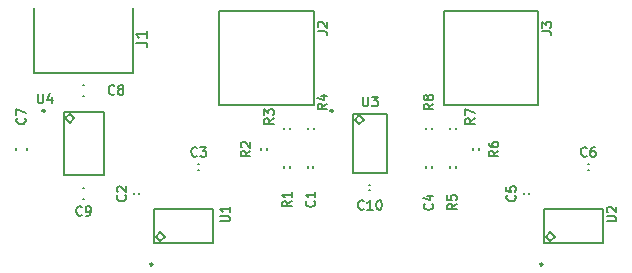
<source format=gbr>
G04 #@! TF.GenerationSoftware,KiCad,Pcbnew,(5.0.0-rc2-204-g01c2d93a8)*
G04 #@! TF.CreationDate,2018-06-27T22:36:21-05:00*
G04 #@! TF.ProjectId,hall-current-probe,68616C6C2D63757272656E742D70726F,rev?*
G04 #@! TF.SameCoordinates,Original*
G04 #@! TF.FileFunction,Legend,Top*
G04 #@! TF.FilePolarity,Positive*
%FSLAX46Y46*%
G04 Gerber Fmt 4.6, Leading zero omitted, Abs format (unit mm)*
G04 Created by KiCad (PCBNEW (5.0.0-rc2-204-g01c2d93a8)) date Wed Jun 27 22:36:21 2018*
%MOMM*%
%LPD*%
G01*
G04 APERTURE LIST*
%ADD10C,0.150000*%
G04 APERTURE END LIST*
D10*
G04 #@! TO.C,U4*
X8692000Y-8850000D02*
X5308000Y-8850000D01*
X5308000Y-8850000D02*
X5308000Y-14150000D01*
X5308000Y-14150000D02*
X8692000Y-14150000D01*
X8692000Y-14150000D02*
X8692000Y-8850000D01*
X3527000Y-8741000D02*
X3654000Y-8614000D01*
X3654000Y-8614000D02*
X3781000Y-8741000D01*
X3781000Y-8741000D02*
X3654000Y-8868000D01*
X3654000Y-8868000D02*
X3527000Y-8741000D01*
X5435000Y-9358000D02*
X5816000Y-8977000D01*
X5816000Y-8977000D02*
X6197000Y-9358000D01*
X6197000Y-9358000D02*
X5816000Y-9739000D01*
X5816000Y-9739000D02*
X5435000Y-9358000D01*
G04 #@! TO.C,J2*
X18500000Y-250000D02*
X18500000Y-8250000D01*
X26500000Y-250000D02*
X18500000Y-250000D01*
X26500000Y-8250000D02*
X26500000Y-250000D01*
X18500000Y-8250000D02*
X26500000Y-8250000D01*
G04 #@! TO.C,J3*
X37500000Y-8250000D02*
X45500000Y-8250000D01*
X45500000Y-8250000D02*
X45500000Y-250000D01*
X45500000Y-250000D02*
X37500000Y-250000D01*
X37500000Y-250000D02*
X37500000Y-8250000D01*
G04 #@! TO.C,J1*
X2800000Y0D02*
X2800000Y-5500000D01*
X2800000Y-5500000D02*
X11200000Y-5500000D01*
X11200000Y-5500000D02*
X11200000Y0D01*
G04 #@! TO.C,C8*
X7071000Y-6529000D02*
X6929000Y-6529000D01*
X6929000Y-6529000D02*
X7071000Y-6529000D01*
X7071000Y-7471000D02*
X6929000Y-7471000D01*
X6929000Y-7471000D02*
X7071000Y-7471000D01*
G04 #@! TO.C,C9*
X6929000Y-16221000D02*
X7071000Y-16221000D01*
X7071000Y-16221000D02*
X6929000Y-16221000D01*
X6929000Y-15279000D02*
X7071000Y-15279000D01*
X7071000Y-15279000D02*
X6929000Y-15279000D01*
G04 #@! TO.C,U1*
X13889000Y-19409000D02*
X13508000Y-19790000D01*
X13508000Y-19028000D02*
X13889000Y-19409000D01*
X13127000Y-19409000D02*
X13508000Y-19028000D01*
X13508000Y-19790000D02*
X13127000Y-19409000D01*
X12868000Y-21721000D02*
X12741000Y-21848000D01*
X12741000Y-21594000D02*
X12868000Y-21721000D01*
X12614000Y-21721000D02*
X12741000Y-21594000D01*
X12741000Y-21848000D02*
X12614000Y-21721000D01*
X18000000Y-17083000D02*
X13000000Y-17083000D01*
X18000000Y-19917000D02*
X18000000Y-17083000D01*
X13000000Y-19917000D02*
X18000000Y-19917000D01*
X13000000Y-17083000D02*
X13000000Y-19917000D01*
G04 #@! TO.C,U2*
X46000000Y-17083000D02*
X46000000Y-19917000D01*
X46000000Y-19917000D02*
X51000000Y-19917000D01*
X51000000Y-19917000D02*
X51000000Y-17083000D01*
X51000000Y-17083000D02*
X46000000Y-17083000D01*
X45741000Y-21848000D02*
X45614000Y-21721000D01*
X45614000Y-21721000D02*
X45741000Y-21594000D01*
X45741000Y-21594000D02*
X45868000Y-21721000D01*
X45868000Y-21721000D02*
X45741000Y-21848000D01*
X46508000Y-19790000D02*
X46127000Y-19409000D01*
X46127000Y-19409000D02*
X46508000Y-19028000D01*
X46508000Y-19028000D02*
X46889000Y-19409000D01*
X46889000Y-19409000D02*
X46508000Y-19790000D01*
G04 #@! TO.C,C1*
X26029000Y-13454000D02*
X26029000Y-13546000D01*
X26029000Y-13546000D02*
X26029000Y-13454000D01*
X26471000Y-13454000D02*
X26471000Y-13546000D01*
X26471000Y-13546000D02*
X26471000Y-13454000D01*
G04 #@! TO.C,C6*
X49796000Y-13279000D02*
X49704000Y-13279000D01*
X49704000Y-13279000D02*
X49796000Y-13279000D01*
X49796000Y-13721000D02*
X49704000Y-13721000D01*
X49704000Y-13721000D02*
X49796000Y-13721000D01*
G04 #@! TO.C,C10*
X31204000Y-15471000D02*
X31296000Y-15471000D01*
X31296000Y-15471000D02*
X31204000Y-15471000D01*
X31204000Y-15029000D02*
X31296000Y-15029000D01*
X31296000Y-15029000D02*
X31204000Y-15029000D01*
G04 #@! TO.C,C5*
X44279000Y-15704000D02*
X44279000Y-15796000D01*
X44279000Y-15796000D02*
X44279000Y-15704000D01*
X44721000Y-15704000D02*
X44721000Y-15796000D01*
X44721000Y-15796000D02*
X44721000Y-15704000D01*
G04 #@! TO.C,C4*
X36029000Y-13454000D02*
X36029000Y-13546000D01*
X36029000Y-13546000D02*
X36029000Y-13454000D01*
X36471000Y-13454000D02*
X36471000Y-13546000D01*
X36471000Y-13546000D02*
X36471000Y-13454000D01*
G04 #@! TO.C,C3*
X16796000Y-13279000D02*
X16704000Y-13279000D01*
X16704000Y-13279000D02*
X16796000Y-13279000D01*
X16796000Y-13721000D02*
X16704000Y-13721000D01*
X16704000Y-13721000D02*
X16796000Y-13721000D01*
G04 #@! TO.C,C2*
X11721000Y-15796000D02*
X11721000Y-15704000D01*
X11721000Y-15704000D02*
X11721000Y-15796000D01*
X11279000Y-15796000D02*
X11279000Y-15704000D01*
X11279000Y-15704000D02*
X11279000Y-15796000D01*
G04 #@! TO.C,C7*
X1279000Y-11929000D02*
X1279000Y-12071000D01*
X1279000Y-12071000D02*
X1279000Y-11929000D01*
X2221000Y-11929000D02*
X2221000Y-12071000D01*
X2221000Y-12071000D02*
X2221000Y-11929000D01*
G04 #@! TO.C,R8*
X36496000Y-10321000D02*
X36496000Y-10179000D01*
X36496000Y-10179000D02*
X36496000Y-10321000D01*
X36004000Y-10321000D02*
X36004000Y-10179000D01*
X36004000Y-10179000D02*
X36004000Y-10321000D01*
G04 #@! TO.C,R7*
X38496000Y-10321000D02*
X38496000Y-10179000D01*
X38496000Y-10179000D02*
X38496000Y-10321000D01*
X38004000Y-10321000D02*
X38004000Y-10179000D01*
X38004000Y-10179000D02*
X38004000Y-10321000D01*
G04 #@! TO.C,R6*
X40004000Y-11929000D02*
X40004000Y-12071000D01*
X40004000Y-12071000D02*
X40004000Y-11929000D01*
X40496000Y-11929000D02*
X40496000Y-12071000D01*
X40496000Y-12071000D02*
X40496000Y-11929000D01*
G04 #@! TO.C,R5*
X38004000Y-13429000D02*
X38004000Y-13571000D01*
X38004000Y-13571000D02*
X38004000Y-13429000D01*
X38496000Y-13429000D02*
X38496000Y-13571000D01*
X38496000Y-13571000D02*
X38496000Y-13429000D01*
G04 #@! TO.C,R4*
X26496000Y-10321000D02*
X26496000Y-10179000D01*
X26496000Y-10179000D02*
X26496000Y-10321000D01*
X26004000Y-10321000D02*
X26004000Y-10179000D01*
X26004000Y-10179000D02*
X26004000Y-10321000D01*
G04 #@! TO.C,R3*
X24004000Y-10179000D02*
X24004000Y-10321000D01*
X24004000Y-10321000D02*
X24004000Y-10179000D01*
X24496000Y-10179000D02*
X24496000Y-10321000D01*
X24496000Y-10321000D02*
X24496000Y-10179000D01*
G04 #@! TO.C,R2*
X22004000Y-11929000D02*
X22004000Y-12071000D01*
X22004000Y-12071000D02*
X22004000Y-11929000D01*
X22496000Y-11929000D02*
X22496000Y-12071000D01*
X22496000Y-12071000D02*
X22496000Y-11929000D01*
G04 #@! TO.C,R1*
X24004000Y-13429000D02*
X24004000Y-13571000D01*
X24004000Y-13571000D02*
X24004000Y-13429000D01*
X24496000Y-13429000D02*
X24496000Y-13571000D01*
X24496000Y-13571000D02*
X24496000Y-13429000D01*
G04 #@! TO.C,U3*
X32667000Y-9000000D02*
X29833000Y-9000000D01*
X29833000Y-9000000D02*
X29833000Y-14000000D01*
X29833000Y-14000000D02*
X32667000Y-14000000D01*
X32667000Y-14000000D02*
X32667000Y-9000000D01*
X27902000Y-8741000D02*
X28029000Y-8614000D01*
X28029000Y-8614000D02*
X28156000Y-8741000D01*
X28156000Y-8741000D02*
X28029000Y-8868000D01*
X28029000Y-8868000D02*
X27902000Y-8741000D01*
X29960000Y-9508000D02*
X30341000Y-9127000D01*
X30341000Y-9127000D02*
X30722000Y-9508000D01*
X30722000Y-9508000D02*
X30341000Y-9889000D01*
X30341000Y-9889000D02*
X29960000Y-9508000D01*
G04 #@! TO.C,U4*
X3140476Y-7311904D02*
X3140476Y-7959523D01*
X3178571Y-8035714D01*
X3216666Y-8073809D01*
X3292857Y-8111904D01*
X3445238Y-8111904D01*
X3521428Y-8073809D01*
X3559523Y-8035714D01*
X3597619Y-7959523D01*
X3597619Y-7311904D01*
X4321428Y-7578571D02*
X4321428Y-8111904D01*
X4130952Y-7273809D02*
X3940476Y-7845238D01*
X4435714Y-7845238D01*
G04 #@! TO.C,J2*
X26811904Y-2016666D02*
X27383333Y-2016666D01*
X27497619Y-2054761D01*
X27573809Y-2130952D01*
X27611904Y-2245238D01*
X27611904Y-2321428D01*
X26888095Y-1673809D02*
X26850000Y-1635714D01*
X26811904Y-1559523D01*
X26811904Y-1369047D01*
X26850000Y-1292857D01*
X26888095Y-1254761D01*
X26964285Y-1216666D01*
X27040476Y-1216666D01*
X27154761Y-1254761D01*
X27611904Y-1711904D01*
X27611904Y-1216666D01*
G04 #@! TO.C,J3*
X45811904Y-2016666D02*
X46383333Y-2016666D01*
X46497619Y-2054761D01*
X46573809Y-2130952D01*
X46611904Y-2245238D01*
X46611904Y-2321428D01*
X45811904Y-1711904D02*
X45811904Y-1216666D01*
X46116666Y-1483333D01*
X46116666Y-1369047D01*
X46154761Y-1292857D01*
X46192857Y-1254761D01*
X46269047Y-1216666D01*
X46459523Y-1216666D01*
X46535714Y-1254761D01*
X46573809Y-1292857D01*
X46611904Y-1369047D01*
X46611904Y-1597619D01*
X46573809Y-1673809D01*
X46535714Y-1711904D01*
G04 #@! TO.C,J1*
X11402380Y-2983333D02*
X12116666Y-2983333D01*
X12259523Y-3030952D01*
X12354761Y-3126190D01*
X12402380Y-3269047D01*
X12402380Y-3364285D01*
X12402380Y-1983333D02*
X12402380Y-2554761D01*
X12402380Y-2269047D02*
X11402380Y-2269047D01*
X11545238Y-2364285D01*
X11640476Y-2459523D01*
X11688095Y-2554761D01*
G04 #@! TO.C,C8*
X9616666Y-7285714D02*
X9578571Y-7323809D01*
X9464285Y-7361904D01*
X9388095Y-7361904D01*
X9273809Y-7323809D01*
X9197619Y-7247619D01*
X9159523Y-7171428D01*
X9121428Y-7019047D01*
X9121428Y-6904761D01*
X9159523Y-6752380D01*
X9197619Y-6676190D01*
X9273809Y-6600000D01*
X9388095Y-6561904D01*
X9464285Y-6561904D01*
X9578571Y-6600000D01*
X9616666Y-6638095D01*
X10073809Y-6904761D02*
X9997619Y-6866666D01*
X9959523Y-6828571D01*
X9921428Y-6752380D01*
X9921428Y-6714285D01*
X9959523Y-6638095D01*
X9997619Y-6600000D01*
X10073809Y-6561904D01*
X10226190Y-6561904D01*
X10302380Y-6600000D01*
X10340476Y-6638095D01*
X10378571Y-6714285D01*
X10378571Y-6752380D01*
X10340476Y-6828571D01*
X10302380Y-6866666D01*
X10226190Y-6904761D01*
X10073809Y-6904761D01*
X9997619Y-6942857D01*
X9959523Y-6980952D01*
X9921428Y-7057142D01*
X9921428Y-7209523D01*
X9959523Y-7285714D01*
X9997619Y-7323809D01*
X10073809Y-7361904D01*
X10226190Y-7361904D01*
X10302380Y-7323809D01*
X10340476Y-7285714D01*
X10378571Y-7209523D01*
X10378571Y-7057142D01*
X10340476Y-6980952D01*
X10302380Y-6942857D01*
X10226190Y-6904761D01*
G04 #@! TO.C,C9*
X6866666Y-17535714D02*
X6828571Y-17573809D01*
X6714285Y-17611904D01*
X6638095Y-17611904D01*
X6523809Y-17573809D01*
X6447619Y-17497619D01*
X6409523Y-17421428D01*
X6371428Y-17269047D01*
X6371428Y-17154761D01*
X6409523Y-17002380D01*
X6447619Y-16926190D01*
X6523809Y-16850000D01*
X6638095Y-16811904D01*
X6714285Y-16811904D01*
X6828571Y-16850000D01*
X6866666Y-16888095D01*
X7247619Y-17611904D02*
X7400000Y-17611904D01*
X7476190Y-17573809D01*
X7514285Y-17535714D01*
X7590476Y-17421428D01*
X7628571Y-17269047D01*
X7628571Y-16964285D01*
X7590476Y-16888095D01*
X7552380Y-16850000D01*
X7476190Y-16811904D01*
X7323809Y-16811904D01*
X7247619Y-16850000D01*
X7209523Y-16888095D01*
X7171428Y-16964285D01*
X7171428Y-17154761D01*
X7209523Y-17230952D01*
X7247619Y-17269047D01*
X7323809Y-17307142D01*
X7476190Y-17307142D01*
X7552380Y-17269047D01*
X7590476Y-17230952D01*
X7628571Y-17154761D01*
G04 #@! TO.C,U1*
X18561904Y-18109523D02*
X19209523Y-18109523D01*
X19285714Y-18071428D01*
X19323809Y-18033333D01*
X19361904Y-17957142D01*
X19361904Y-17804761D01*
X19323809Y-17728571D01*
X19285714Y-17690476D01*
X19209523Y-17652380D01*
X18561904Y-17652380D01*
X19361904Y-16852380D02*
X19361904Y-17309523D01*
X19361904Y-17080952D02*
X18561904Y-17080952D01*
X18676190Y-17157142D01*
X18752380Y-17233333D01*
X18790476Y-17309523D01*
G04 #@! TO.C,U2*
X51311904Y-18109523D02*
X51959523Y-18109523D01*
X52035714Y-18071428D01*
X52073809Y-18033333D01*
X52111904Y-17957142D01*
X52111904Y-17804761D01*
X52073809Y-17728571D01*
X52035714Y-17690476D01*
X51959523Y-17652380D01*
X51311904Y-17652380D01*
X51388095Y-17309523D02*
X51350000Y-17271428D01*
X51311904Y-17195238D01*
X51311904Y-17004761D01*
X51350000Y-16928571D01*
X51388095Y-16890476D01*
X51464285Y-16852380D01*
X51540476Y-16852380D01*
X51654761Y-16890476D01*
X52111904Y-17347619D01*
X52111904Y-16852380D01*
G04 #@! TO.C,C1*
X26535714Y-16383333D02*
X26573809Y-16421428D01*
X26611904Y-16535714D01*
X26611904Y-16611904D01*
X26573809Y-16726190D01*
X26497619Y-16802380D01*
X26421428Y-16840476D01*
X26269047Y-16878571D01*
X26154761Y-16878571D01*
X26002380Y-16840476D01*
X25926190Y-16802380D01*
X25850000Y-16726190D01*
X25811904Y-16611904D01*
X25811904Y-16535714D01*
X25850000Y-16421428D01*
X25888095Y-16383333D01*
X26611904Y-15621428D02*
X26611904Y-16078571D01*
X26611904Y-15850000D02*
X25811904Y-15850000D01*
X25926190Y-15926190D01*
X26002380Y-16002380D01*
X26040476Y-16078571D01*
G04 #@! TO.C,C6*
X49616666Y-12535714D02*
X49578571Y-12573809D01*
X49464285Y-12611904D01*
X49388095Y-12611904D01*
X49273809Y-12573809D01*
X49197619Y-12497619D01*
X49159523Y-12421428D01*
X49121428Y-12269047D01*
X49121428Y-12154761D01*
X49159523Y-12002380D01*
X49197619Y-11926190D01*
X49273809Y-11850000D01*
X49388095Y-11811904D01*
X49464285Y-11811904D01*
X49578571Y-11850000D01*
X49616666Y-11888095D01*
X50302380Y-11811904D02*
X50150000Y-11811904D01*
X50073809Y-11850000D01*
X50035714Y-11888095D01*
X49959523Y-12002380D01*
X49921428Y-12154761D01*
X49921428Y-12459523D01*
X49959523Y-12535714D01*
X49997619Y-12573809D01*
X50073809Y-12611904D01*
X50226190Y-12611904D01*
X50302380Y-12573809D01*
X50340476Y-12535714D01*
X50378571Y-12459523D01*
X50378571Y-12269047D01*
X50340476Y-12192857D01*
X50302380Y-12154761D01*
X50226190Y-12116666D01*
X50073809Y-12116666D01*
X49997619Y-12154761D01*
X49959523Y-12192857D01*
X49921428Y-12269047D01*
G04 #@! TO.C,C10*
X30735714Y-17035714D02*
X30697619Y-17073809D01*
X30583333Y-17111904D01*
X30507142Y-17111904D01*
X30392857Y-17073809D01*
X30316666Y-16997619D01*
X30278571Y-16921428D01*
X30240476Y-16769047D01*
X30240476Y-16654761D01*
X30278571Y-16502380D01*
X30316666Y-16426190D01*
X30392857Y-16350000D01*
X30507142Y-16311904D01*
X30583333Y-16311904D01*
X30697619Y-16350000D01*
X30735714Y-16388095D01*
X31497619Y-17111904D02*
X31040476Y-17111904D01*
X31269047Y-17111904D02*
X31269047Y-16311904D01*
X31192857Y-16426190D01*
X31116666Y-16502380D01*
X31040476Y-16540476D01*
X31992857Y-16311904D02*
X32069047Y-16311904D01*
X32145238Y-16350000D01*
X32183333Y-16388095D01*
X32221428Y-16464285D01*
X32259523Y-16616666D01*
X32259523Y-16807142D01*
X32221428Y-16959523D01*
X32183333Y-17035714D01*
X32145238Y-17073809D01*
X32069047Y-17111904D01*
X31992857Y-17111904D01*
X31916666Y-17073809D01*
X31878571Y-17035714D01*
X31840476Y-16959523D01*
X31802380Y-16807142D01*
X31802380Y-16616666D01*
X31840476Y-16464285D01*
X31878571Y-16388095D01*
X31916666Y-16350000D01*
X31992857Y-16311904D01*
G04 #@! TO.C,C5*
X43535714Y-15883333D02*
X43573809Y-15921428D01*
X43611904Y-16035714D01*
X43611904Y-16111904D01*
X43573809Y-16226190D01*
X43497619Y-16302380D01*
X43421428Y-16340476D01*
X43269047Y-16378571D01*
X43154761Y-16378571D01*
X43002380Y-16340476D01*
X42926190Y-16302380D01*
X42850000Y-16226190D01*
X42811904Y-16111904D01*
X42811904Y-16035714D01*
X42850000Y-15921428D01*
X42888095Y-15883333D01*
X42811904Y-15159523D02*
X42811904Y-15540476D01*
X43192857Y-15578571D01*
X43154761Y-15540476D01*
X43116666Y-15464285D01*
X43116666Y-15273809D01*
X43154761Y-15197619D01*
X43192857Y-15159523D01*
X43269047Y-15121428D01*
X43459523Y-15121428D01*
X43535714Y-15159523D01*
X43573809Y-15197619D01*
X43611904Y-15273809D01*
X43611904Y-15464285D01*
X43573809Y-15540476D01*
X43535714Y-15578571D01*
G04 #@! TO.C,C4*
X36535714Y-16633333D02*
X36573809Y-16671428D01*
X36611904Y-16785714D01*
X36611904Y-16861904D01*
X36573809Y-16976190D01*
X36497619Y-17052380D01*
X36421428Y-17090476D01*
X36269047Y-17128571D01*
X36154761Y-17128571D01*
X36002380Y-17090476D01*
X35926190Y-17052380D01*
X35850000Y-16976190D01*
X35811904Y-16861904D01*
X35811904Y-16785714D01*
X35850000Y-16671428D01*
X35888095Y-16633333D01*
X36078571Y-15947619D02*
X36611904Y-15947619D01*
X35773809Y-16138095D02*
X36345238Y-16328571D01*
X36345238Y-15833333D01*
G04 #@! TO.C,C3*
X16616666Y-12535714D02*
X16578571Y-12573809D01*
X16464285Y-12611904D01*
X16388095Y-12611904D01*
X16273809Y-12573809D01*
X16197619Y-12497619D01*
X16159523Y-12421428D01*
X16121428Y-12269047D01*
X16121428Y-12154761D01*
X16159523Y-12002380D01*
X16197619Y-11926190D01*
X16273809Y-11850000D01*
X16388095Y-11811904D01*
X16464285Y-11811904D01*
X16578571Y-11850000D01*
X16616666Y-11888095D01*
X16883333Y-11811904D02*
X17378571Y-11811904D01*
X17111904Y-12116666D01*
X17226190Y-12116666D01*
X17302380Y-12154761D01*
X17340476Y-12192857D01*
X17378571Y-12269047D01*
X17378571Y-12459523D01*
X17340476Y-12535714D01*
X17302380Y-12573809D01*
X17226190Y-12611904D01*
X16997619Y-12611904D01*
X16921428Y-12573809D01*
X16883333Y-12535714D01*
G04 #@! TO.C,C2*
X10535714Y-15883333D02*
X10573809Y-15921428D01*
X10611904Y-16035714D01*
X10611904Y-16111904D01*
X10573809Y-16226190D01*
X10497619Y-16302380D01*
X10421428Y-16340476D01*
X10269047Y-16378571D01*
X10154761Y-16378571D01*
X10002380Y-16340476D01*
X9926190Y-16302380D01*
X9850000Y-16226190D01*
X9811904Y-16111904D01*
X9811904Y-16035714D01*
X9850000Y-15921428D01*
X9888095Y-15883333D01*
X9888095Y-15578571D02*
X9850000Y-15540476D01*
X9811904Y-15464285D01*
X9811904Y-15273809D01*
X9850000Y-15197619D01*
X9888095Y-15159523D01*
X9964285Y-15121428D01*
X10040476Y-15121428D01*
X10154761Y-15159523D01*
X10611904Y-15616666D01*
X10611904Y-15121428D01*
G04 #@! TO.C,C7*
X2035714Y-9383333D02*
X2073809Y-9421428D01*
X2111904Y-9535714D01*
X2111904Y-9611904D01*
X2073809Y-9726190D01*
X1997619Y-9802380D01*
X1921428Y-9840476D01*
X1769047Y-9878571D01*
X1654761Y-9878571D01*
X1502380Y-9840476D01*
X1426190Y-9802380D01*
X1350000Y-9726190D01*
X1311904Y-9611904D01*
X1311904Y-9535714D01*
X1350000Y-9421428D01*
X1388095Y-9383333D01*
X1311904Y-9116666D02*
X1311904Y-8583333D01*
X2111904Y-8926190D01*
G04 #@! TO.C,R8*
X36611904Y-8133333D02*
X36230952Y-8400000D01*
X36611904Y-8590476D02*
X35811904Y-8590476D01*
X35811904Y-8285714D01*
X35850000Y-8209523D01*
X35888095Y-8171428D01*
X35964285Y-8133333D01*
X36078571Y-8133333D01*
X36154761Y-8171428D01*
X36192857Y-8209523D01*
X36230952Y-8285714D01*
X36230952Y-8590476D01*
X36154761Y-7676190D02*
X36116666Y-7752380D01*
X36078571Y-7790476D01*
X36002380Y-7828571D01*
X35964285Y-7828571D01*
X35888095Y-7790476D01*
X35850000Y-7752380D01*
X35811904Y-7676190D01*
X35811904Y-7523809D01*
X35850000Y-7447619D01*
X35888095Y-7409523D01*
X35964285Y-7371428D01*
X36002380Y-7371428D01*
X36078571Y-7409523D01*
X36116666Y-7447619D01*
X36154761Y-7523809D01*
X36154761Y-7676190D01*
X36192857Y-7752380D01*
X36230952Y-7790476D01*
X36307142Y-7828571D01*
X36459523Y-7828571D01*
X36535714Y-7790476D01*
X36573809Y-7752380D01*
X36611904Y-7676190D01*
X36611904Y-7523809D01*
X36573809Y-7447619D01*
X36535714Y-7409523D01*
X36459523Y-7371428D01*
X36307142Y-7371428D01*
X36230952Y-7409523D01*
X36192857Y-7447619D01*
X36154761Y-7523809D01*
G04 #@! TO.C,R7*
X40111904Y-9383333D02*
X39730952Y-9650000D01*
X40111904Y-9840476D02*
X39311904Y-9840476D01*
X39311904Y-9535714D01*
X39350000Y-9459523D01*
X39388095Y-9421428D01*
X39464285Y-9383333D01*
X39578571Y-9383333D01*
X39654761Y-9421428D01*
X39692857Y-9459523D01*
X39730952Y-9535714D01*
X39730952Y-9840476D01*
X39311904Y-9116666D02*
X39311904Y-8583333D01*
X40111904Y-8926190D01*
G04 #@! TO.C,R6*
X42111904Y-12133333D02*
X41730952Y-12400000D01*
X42111904Y-12590476D02*
X41311904Y-12590476D01*
X41311904Y-12285714D01*
X41350000Y-12209523D01*
X41388095Y-12171428D01*
X41464285Y-12133333D01*
X41578571Y-12133333D01*
X41654761Y-12171428D01*
X41692857Y-12209523D01*
X41730952Y-12285714D01*
X41730952Y-12590476D01*
X41311904Y-11447619D02*
X41311904Y-11600000D01*
X41350000Y-11676190D01*
X41388095Y-11714285D01*
X41502380Y-11790476D01*
X41654761Y-11828571D01*
X41959523Y-11828571D01*
X42035714Y-11790476D01*
X42073809Y-11752380D01*
X42111904Y-11676190D01*
X42111904Y-11523809D01*
X42073809Y-11447619D01*
X42035714Y-11409523D01*
X41959523Y-11371428D01*
X41769047Y-11371428D01*
X41692857Y-11409523D01*
X41654761Y-11447619D01*
X41616666Y-11523809D01*
X41616666Y-11676190D01*
X41654761Y-11752380D01*
X41692857Y-11790476D01*
X41769047Y-11828571D01*
G04 #@! TO.C,R5*
X38611904Y-16633333D02*
X38230952Y-16900000D01*
X38611904Y-17090476D02*
X37811904Y-17090476D01*
X37811904Y-16785714D01*
X37850000Y-16709523D01*
X37888095Y-16671428D01*
X37964285Y-16633333D01*
X38078571Y-16633333D01*
X38154761Y-16671428D01*
X38192857Y-16709523D01*
X38230952Y-16785714D01*
X38230952Y-17090476D01*
X37811904Y-15909523D02*
X37811904Y-16290476D01*
X38192857Y-16328571D01*
X38154761Y-16290476D01*
X38116666Y-16214285D01*
X38116666Y-16023809D01*
X38154761Y-15947619D01*
X38192857Y-15909523D01*
X38269047Y-15871428D01*
X38459523Y-15871428D01*
X38535714Y-15909523D01*
X38573809Y-15947619D01*
X38611904Y-16023809D01*
X38611904Y-16214285D01*
X38573809Y-16290476D01*
X38535714Y-16328571D01*
G04 #@! TO.C,R4*
X27611904Y-8133333D02*
X27230952Y-8400000D01*
X27611904Y-8590476D02*
X26811904Y-8590476D01*
X26811904Y-8285714D01*
X26850000Y-8209523D01*
X26888095Y-8171428D01*
X26964285Y-8133333D01*
X27078571Y-8133333D01*
X27154761Y-8171428D01*
X27192857Y-8209523D01*
X27230952Y-8285714D01*
X27230952Y-8590476D01*
X27078571Y-7447619D02*
X27611904Y-7447619D01*
X26773809Y-7638095D02*
X27345238Y-7828571D01*
X27345238Y-7333333D01*
G04 #@! TO.C,R3*
X23111904Y-9383333D02*
X22730952Y-9650000D01*
X23111904Y-9840476D02*
X22311904Y-9840476D01*
X22311904Y-9535714D01*
X22350000Y-9459523D01*
X22388095Y-9421428D01*
X22464285Y-9383333D01*
X22578571Y-9383333D01*
X22654761Y-9421428D01*
X22692857Y-9459523D01*
X22730952Y-9535714D01*
X22730952Y-9840476D01*
X22311904Y-9116666D02*
X22311904Y-8621428D01*
X22616666Y-8888095D01*
X22616666Y-8773809D01*
X22654761Y-8697619D01*
X22692857Y-8659523D01*
X22769047Y-8621428D01*
X22959523Y-8621428D01*
X23035714Y-8659523D01*
X23073809Y-8697619D01*
X23111904Y-8773809D01*
X23111904Y-9002380D01*
X23073809Y-9078571D01*
X23035714Y-9116666D01*
G04 #@! TO.C,R2*
X21111904Y-12133333D02*
X20730952Y-12400000D01*
X21111904Y-12590476D02*
X20311904Y-12590476D01*
X20311904Y-12285714D01*
X20350000Y-12209523D01*
X20388095Y-12171428D01*
X20464285Y-12133333D01*
X20578571Y-12133333D01*
X20654761Y-12171428D01*
X20692857Y-12209523D01*
X20730952Y-12285714D01*
X20730952Y-12590476D01*
X20388095Y-11828571D02*
X20350000Y-11790476D01*
X20311904Y-11714285D01*
X20311904Y-11523809D01*
X20350000Y-11447619D01*
X20388095Y-11409523D01*
X20464285Y-11371428D01*
X20540476Y-11371428D01*
X20654761Y-11409523D01*
X21111904Y-11866666D01*
X21111904Y-11371428D01*
G04 #@! TO.C,R1*
X24611904Y-16383333D02*
X24230952Y-16650000D01*
X24611904Y-16840476D02*
X23811904Y-16840476D01*
X23811904Y-16535714D01*
X23850000Y-16459523D01*
X23888095Y-16421428D01*
X23964285Y-16383333D01*
X24078571Y-16383333D01*
X24154761Y-16421428D01*
X24192857Y-16459523D01*
X24230952Y-16535714D01*
X24230952Y-16840476D01*
X24611904Y-15621428D02*
X24611904Y-16078571D01*
X24611904Y-15850000D02*
X23811904Y-15850000D01*
X23926190Y-15926190D01*
X24002380Y-16002380D01*
X24040476Y-16078571D01*
G04 #@! TO.C,U3*
X30640476Y-7561904D02*
X30640476Y-8209523D01*
X30678571Y-8285714D01*
X30716666Y-8323809D01*
X30792857Y-8361904D01*
X30945238Y-8361904D01*
X31021428Y-8323809D01*
X31059523Y-8285714D01*
X31097619Y-8209523D01*
X31097619Y-7561904D01*
X31402380Y-7561904D02*
X31897619Y-7561904D01*
X31630952Y-7866666D01*
X31745238Y-7866666D01*
X31821428Y-7904761D01*
X31859523Y-7942857D01*
X31897619Y-8019047D01*
X31897619Y-8209523D01*
X31859523Y-8285714D01*
X31821428Y-8323809D01*
X31745238Y-8361904D01*
X31516666Y-8361904D01*
X31440476Y-8323809D01*
X31402380Y-8285714D01*
G04 #@! TD*
M02*

</source>
